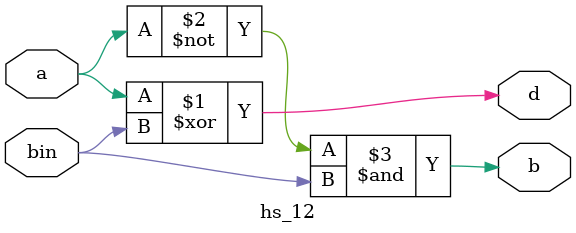
<source format=v>
`timescale 1ns / 1ps
module hs_12(
    input a,
    input bin,
    output d,
    output b
    );
assign d=a^bin;
assign b=(~a)&bin;

endmodule

</source>
